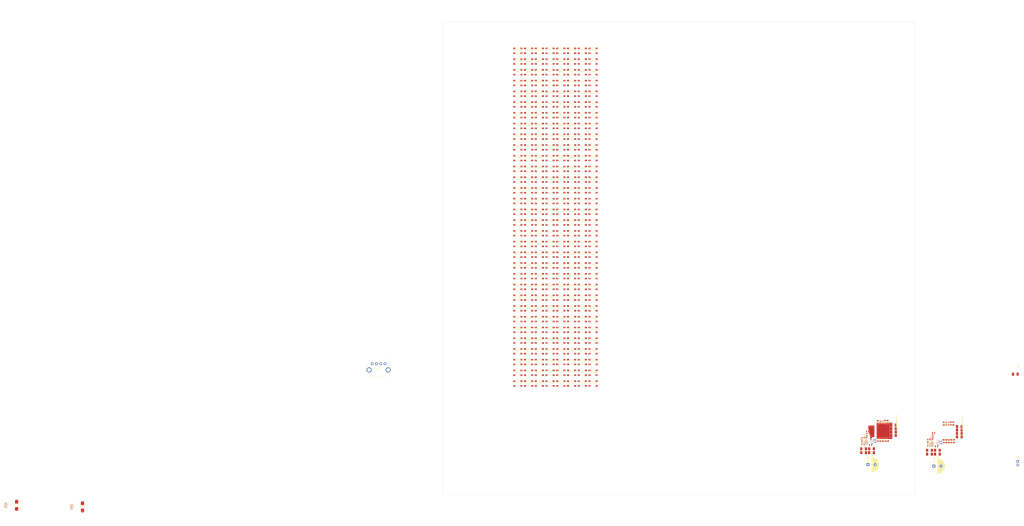
<source format=kicad_pcb>
(kicad_pcb (version 20221018) (generator pcbnew)
  (title_block (title "Shiny LED panel") (date "2022-11-16") (rev "0.1"))
  (layers (0 "F.Cu" signal) (1 "In1.Cu" signal) (2 "In2.Cu" signal) (31 "B.Cu" signal) (34 "B.Paste" user) (35 "F.Paste" user) (36 "B.SilkS" user "B.Silkscreen") (37 "F.SilkS" user "F.Silkscreen") (38 "B.Mask" user) (39 "F.Mask" user) (44 "Edge.Cuts" user))
  (net 0 "")
  (net 1 "GND")
  (net 2 "/Power Lane 0/PW_ENABLE")
  (net 3 "Net-(R201-Pad2)")
  (net 5 "/Power Lane 0/19V")
  (net 6 "Net-(C207-Pad1)")
  (net 7 "Net-(U201-Pad9)")
  (net 8 "Net-(C208-Pad1)")
  (net 9 "Net-(R203-Pad2)")
  (net 10 "Net-(R205-Pad1)")
  (net 11 "/Power Lane 0/POWER_OUT")
  (net 12 "Net-(U201-Pad6)")
  (net 13 "/Power Lane 0/PG")
  (net 14 "Net-(J3001-Pad2)")
  (net 15 "/Lane 0/LANE_POWER")
  (net 16 "Net-(C219-Pad2)")
  (net 17 "Net-(R212-Pad2)")
  (net 18 "Net-(U3001-Pad2)")
  (net 19 "Net-(U3002-Pad2)")
  (net 20 "Net-(U3003-Pad2)")
  (net 21 "Net-(U3004-Pad2)")
  (net 22 "Net-(U3005-Pad2)")
  (net 23 "Net-(U3006-Pad2)")
  (net 24 "Net-(U3007-Pad2)")
  (net 25 "Net-(U3008-Pad2)")
  (net 26 "Net-(U3009-Pad2)")
  (net 27 "Net-(U3010-Pad2)")
  (net 28 "Net-(U3011-Pad2)")
  (net 29 "Net-(U3012-Pad2)")
  (net 30 "Net-(U3013-Pad2)")
  (net 31 "Net-(U3014-Pad2)")
  (net 32 "Net-(U3015-Pad2)")
  (net 33 "Net-(U3016-Pad2)")
  (net 34 "Net-(U3017-Pad2)")
  (net 35 "Net-(U3017-Pad1)")
  (net 36 "Net-(U3018-Pad2)")
  (net 37 "Net-(U3019-Pad2)")
  (net 38 "Net-(U3020-Pad2)")
  (net 39 "Net-(U3021-Pad2)")
  (net 40 "Net-(U3022-Pad2)")
  (net 41 "Net-(U3023-Pad2)")
  (net 42 "Net-(U3024-Pad2)")
  (net 43 "Net-(U3025-Pad2)")
  (net 44 "Net-(U3026-Pad2)")
  (net 45 "Net-(U3027-Pad2)")
  (net 46 "Net-(U3028-Pad2)")
  (net 47 "Net-(U3029-Pad2)")
  (net 48 "Net-(U3030-Pad2)")
  (net 49 "Net-(U3031-Pad2)")
  (net 50 "Net-(U3032-Pad2)")
  (net 51 "Net-(U3033-Pad2)")
  (net 52 "Net-(U3033-Pad1)")
  (net 53 "Net-(U3034-Pad2)")
  (net 54 "Net-(U3035-Pad2)")
  (net 55 "Net-(U3036-Pad2)")
  (net 56 "Net-(U3037-Pad2)")
  (net 57 "Net-(U3038-Pad2)")
  (net 58 "Net-(U3039-Pad2)")
  (net 59 "Net-(U3040-Pad2)")
  (net 60 "Net-(U3041-Pad2)")
  (net 61 "Net-(U3042-Pad2)")
  (net 62 "Net-(U3043-Pad2)")
  (net 63 "Net-(U3044-Pad2)")
  (net 64 "Net-(U3045-Pad2)")
  (net 65 "Net-(U3046-Pad2)")
  (net 66 "Net-(U3047-Pad2)")
  (net 67 "Net-(U3048-Pad2)")
  (net 68 "Net-(U3049-Pad2)")
  (net 69 "Net-(U3049-Pad1)")
  (net 70 "Net-(U3050-Pad2)")
  (net 71 "Net-(U3051-Pad2)")
  (net 72 "Net-(U3052-Pad2)")
  (net 73 "Net-(U3053-Pad2)")
  (net 74 "Net-(U3054-Pad2)")
  (net 75 "Net-(U3055-Pad2)")
  (net 76 "Net-(U3056-Pad2)")
  (net 77 "Net-(U3057-Pad2)")
  (net 78 "Net-(U3058-Pad2)")
  (net 79 "Net-(U3059-Pad2)")
  (net 80 "Net-(U3060-Pad2)")
  (net 81 "Net-(U3061-Pad2)")
  (net 82 "Net-(U3062-Pad2)")
  (net 83 "Net-(U3063-Pad2)")
  (net 84 "Net-(U3064-Pad2)")
  (net 85 "Net-(U3065-Pad2)")
  (net 86 "Net-(U3065-Pad1)")
  (net 87 "Net-(U3066-Pad2)")
  (net 88 "Net-(U3067-Pad2)")
  (net 89 "Net-(U3068-Pad2)")
  (net 90 "Net-(U3069-Pad2)")
  (net 91 "Net-(U3070-Pad2)")
  (net 92 "Net-(U3071-Pad2)")
  (net 93 "Net-(U3072-Pad2)")
  (net 94 "Net-(U3073-Pad2)")
  (net 95 "Net-(U3074-Pad2)")
  (net 96 "Net-(U3075-Pad2)")
  (net 97 "Net-(U3076-Pad2)")
  (net 98 "Net-(U3077-Pad2)")
  (net 99 "Net-(U3078-Pad2)")
  (net 100 "Net-(U3079-Pad2)")
  (net 101 "Net-(U3080-Pad2)")
  (net 102 "Net-(U3081-Pad2)")
  (net 103 "Net-(U3081-Pad1)")
  (net 104 "Net-(U3082-Pad2)")
  (net 105 "Net-(U3083-Pad2)")
  (net 106 "Net-(U3084-Pad2)")
  (net 107 "Net-(U3085-Pad2)")
  (net 108 "Net-(U3086-Pad2)")
  (net 109 "Net-(U3087-Pad2)")
  (net 110 "Net-(U3088-Pad2)")
  (net 111 "Net-(U3089-Pad2)")
  (net 112 "Net-(U3090-Pad2)")
  (net 113 "Net-(U3091-Pad2)")
  (net 114 "Net-(U3092-Pad2)")
  (net 115 "Net-(U3093-Pad2)")
  (net 116 "Net-(U3094-Pad2)")
  (net 117 "Net-(U3095-Pad2)")
  (net 118 "Net-(U3096-Pad2)")
  (net 119 "Net-(U3097-Pad2)")
  (net 120 "Net-(U3097-Pad1)")
  (net 121 "Net-(U3098-Pad2)")
  (net 122 "Net-(U3099-Pad2)")
  (net 123 "Net-(U3100-Pad2)")
  (net 124 "Net-(U3101-Pad2)")
  (net 125 "Net-(U3102-Pad2)")
  (net 126 "Net-(U3103-Pad2)")
  (net 127 "Net-(U3104-Pad2)")
  (net 128 "Net-(U3105-Pad2)")
  (net 129 "Net-(U3106-Pad2)")
  (net 130 "Net-(U3107-Pad2)")
  (net 131 "Net-(U3108-Pad2)")
  (net 132 "Net-(U3109-Pad2)")
  (net 133 "Net-(U3110-Pad2)")
  (net 134 "Net-(U3111-Pad2)")
  (net 135 "Net-(U3112-Pad2)")
  (net 136 "Net-(U3113-Pad2)")
  (net 137 "Net-(U3113-Pad1)")
  (net 138 "Net-(U3114-Pad2)")
  (net 139 "Net-(U3115-Pad2)")
  (net 140 "Net-(U3116-Pad2)")
  (net 141 "Net-(U3117-Pad2)")
  (net 142 "Net-(U3118-Pad2)")
  (net 143 "Net-(U3119-Pad2)")
  (net 144 "Net-(U3120-Pad2)")
  (net 145 "Net-(U3121-Pad2)")
  (net 146 "Net-(U3122-Pad2)")
  (net 147 "Net-(U3123-Pad2)")
  (net 148 "Net-(U3124-Pad2)")
  (net 149 "Net-(U3125-Pad2)")
  (net 150 "Net-(U3126-Pad2)")
  (net 151 "/Lane 0/LANE_DIN")
  (net 152 "Net-(U3127-Pad2)")
  (net 153 "Net-(U3128-Pad2)")
  (net 154 "Net-(U3129-Pad2)")
  (net 155 "Net-(U3129-Pad1)")
  (net 156 "Net-(U3130-Pad2)")
  (net 157 "Net-(U3131-Pad2)")
  (net 158 "Net-(U3132-Pad2)")
  (net 159 "Net-(U3133-Pad2)")
  (net 160 "Net-(U3134-Pad2)")
  (net 161 "Net-(U3135-Pad2)")
  (net 162 "Net-(U3136-Pad2)")
  (net 163 "Net-(U3137-Pad2)")
  (net 164 "Net-(U3138-Pad2)")
  (net 165 "Net-(U3139-Pad2)")
  (net 166 "Net-(U3140-Pad2)")
  (net 167 "Net-(U3141-Pad2)")
  (net 168 "Net-(U3142-Pad2)")
  (net 169 "Net-(U3143-Pad2)")
  (net 170 "Net-(U3144-Pad2)")
  (net 171 "Net-(U3145-Pad2)")
  (net 172 "Net-(U3145-Pad1)")
  (net 173 "Net-(U3146-Pad2)")
  (net 174 "Net-(U3147-Pad2)")
  (net 175 "Net-(U3148-Pad2)")
  (net 176 "Net-(U3149-Pad2)")
  (net 177 "Net-(U3150-Pad2)")
  (net 178 "Net-(U3151-Pad2)")
  (net 179 "Net-(U3152-Pad2)")
  (net 180 "Net-(U3153-Pad2)")
  (net 181 "Net-(U3154-Pad2)")
  (net 182 "Net-(U3155-Pad2)")
  (net 183 "Net-(U3156-Pad2)")
  (net 184 "Net-(U3157-Pad2)")
  (net 185 "Net-(U3158-Pad2)")
  (net 186 "Net-(U3159-Pad2)")
  (net 187 "Net-(U3160-Pad2)")
  (net 188 "Net-(U3161-Pad2)")
  (net 189 "Net-(U3161-Pad1)")
  (net 190 "Net-(U3162-Pad2)")
  (net 191 "Net-(U3163-Pad2)")
  (net 192 "Net-(U3164-Pad2)")
  (net 193 "Net-(U3165-Pad2)")
  (net 194 "Net-(U3166-Pad2)")
  (net 195 "Net-(U3167-Pad2)")
  (net 196 "Net-(U3168-Pad2)")
  (net 197 "Net-(U3169-Pad2)")
  (net 198 "Net-(U3170-Pad2)")
  (net 199 "Net-(U3171-Pad2)")
  (net 200 "Net-(U3172-Pad2)")
  (net 201 "Net-(U3173-Pad2)")
  (net 202 "Net-(U3174-Pad2)")
  (net 203 "Net-(U3175-Pad2)")
  (net 204 "Net-(U3176-Pad2)")
  (net 205 "Net-(U3177-Pad2)")
  (net 206 "Net-(U3177-Pad1)")
  (net 207 "Net-(U3178-Pad2)")
  (net 208 "Net-(U3179-Pad2)")
  (net 209 "Net-(U3180-Pad2)")
  (net 210 "Net-(U3181-Pad2)")
  (net 211 "Net-(U3182-Pad2)")
  (net 212 "Net-(U3183-Pad2)")
  (net 213 "Net-(U3184-Pad2)")
  (net 214 "Net-(U3185-Pad2)")
  (net 215 "Net-(U3186-Pad2)")
  (net 216 "Net-(U3187-Pad2)")
  (net 217 "Net-(U3188-Pad2)")
  (net 218 "Net-(U3189-Pad2)")
  (net 219 "Net-(U3190-Pad2)")
  (net 220 "Net-(U3191-Pad2)")
  (net 221 "Net-(U3192-Pad2)")
  (net 222 "Net-(U3193-Pad2)")
  (net 223 "Net-(U3193-Pad1)")
  (net 224 "Net-(U3194-Pad2)")
  (net 225 "Net-(U3195-Pad2)")
  (net 226 "Net-(U3196-Pad2)")
  (net 227 "Net-(U3197-Pad2)")
  (net 228 "Net-(U3198-Pad2)")
  (net 229 "Net-(U3199-Pad2)")
  (net 230 "Net-(U3200-Pad2)")
  (net 231 "Net-(U3201-Pad2)")
  (net 232 "Net-(U3202-Pad2)")
  (net 233 "Net-(U3203-Pad2)")
  (net 234 "Net-(U3204-Pad2)")
  (net 235 "Net-(U3205-Pad2)")
  (net 236 "Net-(U3206-Pad2)")
  (net 237 "Net-(U3207-Pad2)")
  (net 238 "Net-(U3208-Pad2)")
  (net 239 "Net-(U3209-Pad2)")
  (net 240 "Net-(U3209-Pad1)")
  (net 241 "Net-(U3210-Pad2)")
  (net 242 "Net-(U3211-Pad2)")
  (net 243 "Net-(U3212-Pad2)")
  (net 244 "Net-(U3213-Pad2)")
  (net 245 "Net-(U3214-Pad2)")
  (net 246 "Net-(U3215-Pad2)")
  (net 247 "Net-(U3216-Pad2)")
  (net 248 "Net-(U3217-Pad2)")
  (net 249 "Net-(U3218-Pad2)")
  (net 250 "Net-(U3219-Pad2)")
  (net 251 "Net-(U3220-Pad2)")
  (net 252 "Net-(U3221-Pad2)")
  (net 253 "Net-(U3222-Pad2)")
  (net 254 "Net-(U3223-Pad2)")
  (net 255 "Net-(U3224-Pad2)")
  (net 256 "Net-(U3225-Pad2)")
  (net 257 "Net-(U3225-Pad1)")
  (net 258 "Net-(U3226-Pad2)")
  (net 259 "Net-(U3227-Pad2)")
  (net 260 "Net-(U3228-Pad2)")
  (net 261 "Net-(U3229-Pad2)")
  (net 262 "Net-(U3230-Pad2)")
  (net 263 "Net-(U3231-Pad2)")
  (net 264 "Net-(U3232-Pad2)")
  (net 265 "Net-(U3233-Pad2)")
  (net 266 "Net-(U3234-Pad2)")
  (net 267 "Net-(U3235-Pad2)")
  (net 268 "Net-(U3236-Pad2)")
  (net 269 "Net-(U3237-Pad2)")
  (net 270 "Net-(U3238-Pad2)")
  (net 271 "Net-(U3239-Pad2)")
  (net 272 "Net-(U3240-Pad2)")
  (net 273 "Net-(U3241-Pad2)")
  (net 274 "Net-(U3241-Pad1)")
  (net 275 "Net-(U3242-Pad2)")
  (net 276 "Net-(U3243-Pad2)")
  (net 277 "Net-(U3244-Pad2)")
  (net 278 "Net-(U3245-Pad2)")
  (net 279 "Net-(U3246-Pad2)")
  (net 280 "Net-(U3247-Pad2)")
  (net 281 "Net-(U3248-Pad2)")
  (net 282 "Net-(U3249-Pad2)")
  (net 283 "Net-(U3250-Pad2)")
  (net 284 "Net-(U3251-Pad2)")
  (net 285 "Net-(U3252-Pad2)")
  (net 286 "Net-(U3253-Pad2)")
  (net 287 "Net-(C407-Pad2)")
  (net 288 "Net-(C408-Pad1)")
  (net 289 "Net-(C410-Pad1)")
  (net 290 "/Power Lane 1/PW_ENABLE")
  (net 291 "Net-(R401-Pad2)")
  (net 292 "Net-(R403-Pad2)")
  (net 293 "Net-(R405-Pad1)")
  (net 294 "/Power Lane 1/PG")
  (net 295 "Net-(R408-Pad1)")
  (net 296 "/Power Lane 1/POWER_OUT")
  (net 298 "/Power Lane 0/SW")
  (net 299 "/Power Lane 0/POUT_SW")
  (net 300 "/Power Lane 1/SW")
  (net 301 "/Power Lane 1/POUT_SW")
  (net 302 "Net-(U3254-Pad2)")
  (net 303 "Net-(U3255-Pad2)")
  (footprint "WorldSemi:WS2812B_50x50" (layer "F.Cu") (at 219.4 231)
    (fp_text reference "U3190")
    (fp_text value "WS2812B")
  )
  (footprint "WorldSemi:WS2812B_50x50" (layer "F.Cu") (at 211.9 73.5)
    (fp_text reference "U3021")
    (fp_text value "WS2812B")
  )
  (footprint "WorldSemi:WS2812B_50x50" (layer "F.Cu") (at 219.4 58.5)
    (fp_text reference "U3006")
    (fp_text value "WS2812B")
  )
  (footprint "WorldSemi:WS2812B_50x50" (layer "F.Cu") (at 204.4 163.5)
    (fp_text reference "U3116")
    (fp_text value "WS2812B")
  )
  (footprint "General_SMD:SM1206" (layer "F.Cu") (at 529.209 284.48)
    (fp_text reference "R101")
    (fp_text value "RES_1206" hide)
  )
  (footprint "WorldSemi:WS2812B_50x50" (layer "F.Cu") (at 234.4 193.5)
    (fp_text reference "U3152")
    (fp_text value "WS2812B")
  )
  (footprint "WorldSemi:WS2812B_50x50" (layer "F.Cu") (at 234.4 171)
    (fp_text reference "U3128")
    (fp_text value "WS2812B")
  )
  (footprint "WorldSemi:WS2812B_50x50" (layer "F.Cu") (at 189.4 73.5)
    (fp_text reference "U3018")
    (fp_text value "WS2812B")
  )
  (footprint "WorldSemi:WS2812B_50x50" (layer "F.Cu") (at 181.9 66)
    (fp_text reference "U3009")
    (fp_text value "WS2812B")
  )
  (footprint "General_SMD:SM1206" (layer "F.Cu") (at 428.800001 339.3 180)
    (fp_text reference "C201")
    (fp_text value "10uF - 50V" hide)
  )
  (footprint "WorldSemi:WS2812B_50x50" (layer "F.Cu") (at 181.9 201)
    (fp_text reference "U3153")
    (fp_text value "WS2812B")
  )
  (footprint "General_SMD:SM1206" (layer "F.Cu") (at 444.099999 322.500001)
    (fp_text reference "R210")
    (fp_text value "0" hide)
  )
  (footprint "WorldSemi:WS2812B_50x50" (layer "F.Cu") (at 204.4 156)
    (fp_text reference "U3108")
    (fp_text value "WS2812B")
  )
  (footprint "WorldSemi:WS2812B_50x50" (layer "F.Cu") (at 234.4 148.5)
    (fp_text reference "U3104")
    (fp_text value "WS2812B")
  )
  (footprint "General_SMD:SM0603" (layer "F.Cu") (at 424.400001 328.900001)
    (fp_text reference "C219")
    (fp_text value "1uF" hide)
  )
  (footprint "WorldSemi:WS2812B_50x50" (layer "F.Cu") (at 181.9 171)
    (fp_text reference "U3121")
    (fp_text value "WS2812B")
  )
  (footprint "WorldSemi:WS2812B_50x50" (layer "F.Cu") (at 204.4 66)
    (fp_text reference "U3012")
    (fp_text value "WS2812B")
  )
  (footprint "WorldSemi:WS2812B_50x50" (layer "F.Cu") (at 196.9 73.5)
    (fp_text reference "U3019")
    (fp_text value "WS2812B")
  )
  (footprint "WorldSemi:WS2812B_50x50" (layer "F.Cu") (at 219.4 216)
    (fp_text reference "U3174")
    (fp_text value "WS2812B")
  )
  (footprint "WorldSemi:WS2812B_50x50" (layer "F.Cu") (at 234.4 276)
    (fp_text reference "U3240")
    (fp_text value "WS2812B")
  )
  (footprint "WorldSemi:WS2812B_50x50" (layer "F.Cu") (at 196.9 246)
    (fp_text reference "U3203")
    (fp_text value "WS2812B")
  )
  (footprint "WorldSemi:WS2812B_50x50" (layer "F.Cu") (at 204.4 148.5)
    (fp_text reference "U3100")
    (fp_text value "WS2812B")
  )
  (footprint "WorldSemi:WS2812B_50x50" (layer "F.Cu") (at 196.9 268.5)
    (fp_text reference "U3227")
    (fp_text value "WS2812B")
  )
  (footprint "WorldSemi:WS2812B_50x50" (layer "F.Cu") (at 189.4 103.5)
    (fp_text reference "U3050")
    (fp_text value "WS2812B")
  )
  (footprint "General_SMD:SM0402" (layer "F.Cu") (at 424.999999 332.3 90)
    (fp_text reference "R204")
    (fp_text value "43k" hide)
  )
  (footprint "WorldSemi:WS2812B_50x50" (layer "F.Cu") (at 211.9 216)
    (fp_text reference "U3173")
    (fp_text value "WS2812B")
  )
  (footprint "WorldSemi:WS2812B_50x50" (layer "F.Cu") (at 196.9 178.5)
    (fp_text reference "U3131")
    (fp_text value "WS2812B")
  )
  (footprint "WorldSemi:WS2812B_50x50" (layer "F.Cu") (at 204.4 238.5)
    (fp_text reference "U3196")
    (fp_text value "WS2812B")
  )
  (footprint "WorldSemi:WS2812B_50x50" (layer "F.Cu") (at 204.4 171)
    (fp_text reference "U3124")
    (fp_text value "WS2812B")
  )
  (footprint "WorldSemi:WS2812B_50x50" (layer "F.Cu") (at 234.4 253.5)
    (fp_text reference "U3216")
    (fp_text value "WS2812B")
  )
  (footprint "General_SMD:SM0805" (layer "F.Cu") (at 486.3365 331.3255 90)
    (fp_text reference "C415")
    (fp_text value "10uF - 16V" hide)
  )
  (footprint "General_SMD:SM0603" (layer "F.Cu") (at 428.2 333.900001 180)
    (fp_text reference "C206")
    (fp_text value "100nF" hide)
  )
  (footprint "WorldSemi:WS2812B_50x50" (layer "F.Cu") (at 181.9 223.5)
    (fp_text reference "U3177")
    (fp_text value "WS2812B")
  )
  (footprint "WorldSemi:WS2812B_50x50" (layer "F.Cu") (at 211.9 253.5)
    (fp_text reference "U3213")
    (fp_text value "WS2812B")
  )
  (footprint "WorldSemi:WS2812B_50x50" (layer "F.Cu") (at 211.9 96)
    (fp_text reference "U3045")
    (fp_text value "WS2812B")
  )
  (footprint "WorldSemi:WS2812B_50x50" (layer "F.Cu") (at 204.4 193.5)
    (fp_text reference "U3148")
    (fp_text value "WS2812B")
  )
  (footprint "WorldSemi:WS2812B_50x50" (layer "F.Cu") (at 226.9 276)
    (fp_text reference "U3239")
    (fp_text value "WS2812B")
  )
  (footprint "General_SMD:SM1206" (layer "F.Cu") (at 490.100001 321.1525)
    (fp_text reference "R414")
    (fp_text value "0" hide)
  )
  (footprint "Capacitor_THT:CP_Radial_D10.0mm_P5.00mm" (layer "F.Cu") (at 472.332324 348.752502)
    (fp_text reference "C401")
    (fp_text value "100uF")
  )
  (footprint "General_SMD:SM1206" (layer "F.Cu") (at 444.1 327.299999)
    (fp_text reference "R208")
    (fp_text value "0" hide)
  )
  (footprint "WorldSemi:WS2812B_50x50" (layer "F.Cu") (at 219.4 141)
    (fp_text reference "U3094")
    (fp_text value "WS2812B")
  )
  (footprint "WorldSemi:WS2812B_50x50" (layer "F.Cu") (at 226.9 96)
    (fp_text reference "U3047")
    (fp_text value "WS2812B")
  )
  (footprint "WorldSemi:WS2812B_50x50" (layer "F.Cu") (at 219.4 246)
    (fp_text reference "U3206")
    (fp_text value "WS2812B")
  )
  (footprint "WorldSemi:WS2812B_50x50" (layer "F.Cu") (at 196.9 111)
    (fp_text reference "U3059")
    (fp_text value "WS2812B")
  )
  (footprint "WorldSemi:WS2812B_50x50" (layer "F.Cu") (at 196.9 283.5)
    (fp_text reference "U3243")
    (fp_text value "WS2812B")
  )
  (footprint "WorldSemi:WS2812B_50x50" (layer "F.Cu") (at 234.4 126)
    (fp_text reference "U3080")
    (fp_text value "WS2812B")
  )
  (footprint "WorldSemi:WS2812B_50x50" (layer "F.Cu") (at 189.4 88.5)
    (fp_text reference "U3034")
    (fp_text value "WS2812B")
  )
  (footprint "WorldSemi:WS2812B_50x50" (layer "F.Cu") (at 204.4 178.5)
    (fp_text reference "U3132")
    (fp_text value "WS2812B")
  )
  (footprint "General_SMD:SM1206" (layer "F.Cu") (at 423.3 336.6)
    (fp_text reference "C202")
    (fp_text value "10uF - 50V" hide)
  )
  (footprint "General_SMD:SM0603" (layer "F.Cu") (at 481.000001 319.152501 -90)
    (fp_text reference "C420")
    (fp_text value "100nF" hide)
  )
  (footprint "WorldSemi:WS2812B_50x50" (layer "F.Cu") (at 219.4 88.5)
    (fp_text reference "U3038")
    (fp_text value "WS2812B")
  )
  (footprint "WorldSemi:WS2812B_50x50" (layer "F.Cu") (at 211.9 178.5)
    (fp_text reference "U3133")
    (fp_text value "WS2812B")
  )
  (footprint "WorldSemi:WS2812B_50x50" (layer "F.Cu") (at 196.9 291)
    (fp_text reference "U3251")
    (fp_text value "WS2812B")
  )
  (footprint "WorldSemi:WS2812B_50x50" (layer "F.Cu") (at 226.9 246)
    (fp_text reference "U3207")
    (fp_text value "WS2812B")
  )
  (footprint "WorldSemi:WS2812B_50x50" (layer "F.Cu") (at 211.9 58.5)
    (fp_text reference "U3005")
    (fp_text value "WS2812B")
  )
  (footprint "WorldSemi:WS2812B_50x50" (layer "F.Cu") (at 219.4 96)
    (fp_text reference "U3046")
    (fp_text value "WS2812B")
  )
  (footprint "WorldSemi:WS2812B_50x50" (layer "F.Cu") (at 219.4 163.5)
    (fp_text reference "U3118")
    (fp_text value "WS2812B")
  )
  (footprint "General_SMD:SM0402" (layer "F.Cu") (at 471 333.3525 90)
    (fp_text reference "R410")
    (fp_text value "43k" hide)
  )
  (footprint "WorldSemi:WS2812B_50x50" (layer "F.Cu") (at 189.4 163.5)
    (fp_text reference "U3114")
    (fp_text value "WS2812B")
  )
  (footprint "WorldSemi:WS2812B_50x50" (layer "F.Cu") (at 204.4 261)
    (fp_text reference "U3220")
    (fp_text value "WS2812B")
  )
  (footprint "WorldSemi:WS2812B_50x50" (layer "F.Cu") (at 204.4 223.5)
    (fp_text reference "U3180")
    (fp_text value "WS2812B")
  )
  (footprint "WorldSemi:WS2812B_50x50" (layer "F.Cu") (at 204.4 111)
    (fp_text reference "U3060")
    (fp_text value "WS2812B")
  )
  (footprint "WorldSemi:WS2812B_50x50" (layer "F.Cu") (at 211.9 276)
    (fp_text reference "U3237")
    (fp_text value "WS2812B")
  )
  (footprint "WorldSemi:WS2812B_50x50" (layer "F.Cu") (at 189.4 118.5)
    (fp_text reference "U3066")
    (fp_text value "WS2812B")
  )
  (footprint "WorldSemi:WS2812B_50x50" (layer "F.Cu") (at 234.4 163.5)
    (fp_text reference "U3120")
    (fp_text value "WS2812B")
  )
  (footprint "WorldSemi:WS2812B_50x50" (layer "F.Cu") (at 211.9 186)
    (fp_text reference "U3141")
    (fp_text value "WS2812B")
  )
  (footprint "WorldSemi:WS2812B_50x50" (layer "F.Cu") (at 196.9 261)
    (fp_text reference "U3219")
    (fp_text value "WS2812B")
  )
  (footprint "WorldSemi:WS2812B_50x50" (layer "F.Cu") (at 181.9 216)
    (fp_text reference "U3169")
    (fp_text value "WS2812B")
  )
  (footprint "General_SMD:SM1206" (layer "F.Cu") (at 490.1 323.552501)
    (fp_text reference "R413")
    (fp_text value "0" hide)
  )
  (footprint "General_SMD:SM0402" (layer "F.Cu") (at 471.000002 331.752501 -90)
    (fp_text reference "R409")
    (fp_text value "9.53k" hide)
  )
  (footprint "WorldSemi:WS2812B_50x50" (layer "F.Cu") (at 189.4 193.5)
    (fp_text reference "U3146")
    (fp_text value "WS2812B")
  )
  (footprint "WorldSemi:WS2812B_50x50" (layer "F.Cu") (at 219.4 156)
    (fp_text reference "U3110")
    (fp_text value "WS2812B")
  )
  (footprint "WorldSemi:WS2812B_50x50" (layer "F.Cu") (at 234.4 103.5)
    (fp_text reference "U3056")
    (fp_text value "WS2812B")
  )
  (footprint "WorldSemi:WS2812B_50x50" (layer "F.Cu") (at 189.4 126)
    (fp_text reference "U3074")
    (fp_text value "WS2812B")
  )
  (footprint "WorldSemi:WS2812B_50x50" (layer "F.Cu") (at 219.4 126)
    (fp_text reference "U3078")
    (fp_text value "WS2812B")
  )
  (footprint "WorldSemi:WS2812B_50x50" (layer "F.Cu") (at 204.4 283.5)
    (fp_text reference "U3244")
    (fp_text value "WS2812B")
  )
  (footprint "General_SMD:SM1206" (layer "F.Cu") (at 469.300001 337.6525)
    (fp_text reference "C403")
    (fp_text value "10uF - 50V" hide)
  )
  (footprint "WorldSemi:WS2812B_50x50" (layer "F.Cu") (at 234.4 66)
    (fp_text reference "U3016")
    (fp_text value "WS2812B")
  )
  (footprint "WorldSemi:WS2812B_50x50" (layer "F.Cu") (at 196.9 186)
    (fp_text reference "U3139")
    (fp_text value "WS2812B")
  )
  (footprint "General_SMD:SM0805" (layer "F.Cu") (at 484.184002 318.8795 -90)
    (fp_text reference "C417")
    (fp_text value "10uF - 16V" hide)
  )
  (footprint "General_SMD:SM0805" (layer "F.Cu") (at 434.9 330.300001 90)
    (fp_text reference "C210")
    (fp_text value "10uF - 16V" hide)
  )
  (footprint "WorldSemi:WS2812B_50x50" (layer "F.Cu") (at 234.4 208.5)
    (fp_text reference "U3168")
    (fp_text value "WS2812B")
  )
  (footprint "General_SMD:SM0603" (layer "F.Cu") (at 422.100001 329.7 90)
    (fp_text reference "R206")
    (fp_text value "NC" hide)
  )
  (footprint "WorldSemi:WS2812B_50x50" (layer "F.Cu") (at 196.9 96)
    (fp_text reference "U3043")
    (fp_text value "WS2812B")
  )
  (footprint "WorldSemi:WS2812B_50x50" (layer "F.Cu") (at 211.9 171)
    (fp_text reference "U3125")
    (fp_text value "WS2812B")
  )
  (footprint "WorldSemi:WS2812B_50x50" (layer "F.Cu") (at 189.4 178.5)
    (fp_text reference "U3130")
    (fp_text value "WS2812B")
  )
  (footprint "WorldSemi:WS2812B_50x50" (layer "F.Cu") (at 181.9 268.5)
    (fp_text reference "U3225")
    (fp_text value "WS2812B")
  )
  (footprint "WorldSemi:WS2812B_50x50" (layer "F.Cu") (at 181.9 193.5)
    (fp_text reference "U3145")
    (fp_text value "WS2812B")
  )
  (footprint "WorldSemi:WS2812B_50x50" (layer "F.Cu") (at 226.9 111)
    (fp_text reference "U3063")
    (fp_text value "WS2812B")
  )
  (footprint "WorldSemi:WS2812B_50x50" (layer "F.Cu") (at 196.9 133.5)
    (fp_text reference "U3083")
    (fp_text value "WS2812B")
  )
  (footprint "WorldSemi:WS2812B_50x50" (layer "F.Cu") (at 211.9 111)
    (fp_text reference "U3061")
    (fp_text value "WS2812B")
  )
  (footprint "WorldSemi:WS2812B_50x50" (layer "F.Cu") (at 181.9 103.5)
    (fp_text reference "U3049")
    (fp_text value "WS2812B")
  )
  (footprint "WorldSemi:WS2812B_50x50" (layer "F.Cu") (at 196.9 126)
    (fp_text reference "U3075")
    (fp_text value "WS2812B")
  )
  (footprint "WorldSemi:WS2812B_50x50" (layer "F.Cu") (at 204.4 208.5)
    (fp_text reference "U3164")
    (fp_text value "WS2812B")
  )
  (footprint "WorldSemi:WS2812B_50x50" (layer "F.Cu") (at 234.4 88.5)
    (fp_text reference "U3040")
    (fp_text value "WS2812B")
  )
  (footprint "WorldSemi:WS2812B_50x50" (layer "F.Cu") (at 204.4 291)
    (fp_text reference "U3252")
    (fp_text value "WS2812B")
  )
  (footprint "General_SMD:SM1206" (layer "F.Cu") (at 490.100001 328.352499)
    (fp_text reference "R411")
    (fp_text value "0" hide)
  )
  (footprint "WorldSemi:WS2812B_50x50" (layer "F.Cu") (at 234.4 223.5)
    (fp_text reference "U3184")
    (fp_text value "WS2812B")
  )
  (footprint "WorldSemi:WS2812B_50x50" (layer "F.Cu") (at 211.9 88.5)
    (fp_text reference "U3037")
    (fp_text value "WS2812B")
  )
  (footprint "WorldSemi:WS2812B_50x50" (layer "F.Cu") (at 226.9 268.5)
    (fp_text reference "U3231")
    (fp_text value "WS2812B")
  )
  (footprint "General_SMD:SM1206" (layer "F.Cu") (at 474.800002 340.3525 180)
    (fp_text reference "C402")
    (fp_text value "10uF - 50V" hide)
  )
  (footprint "WorldSemi:WS2812B_50x50" (layer "F.Cu") (at 189.4 156)
    (fp_text reference "U3106")
    (fp_text value "WS2812B")
  )
  (footprint "WorldSemi:WS2812B_50x50" (layer "F.Cu") (at 219.4 133.5)
    (fp_text reference "U3086")
    (fp_text value "WS2812B")
  )
  (footprint "WorldSemi:WS2812B_50x50" (layer "F.Cu") (at 204.4 141)
    (fp_text reference "U3092")
    (fp_text value "WS2812B")
  )
  (footprint "WorldSemi:WS2812B_50x50" (layer "F.Cu") (at 219.4 148.5)
    (fp_text reference "U3102")
    (fp_text value "WS2812B")
  )
  (footprint "WorldSemi:WS2812B_50x50" (layer "F.Cu") (at 181.9 88.5)
    (fp_text reference "U3033")
    (fp_text value "WS2812B")
  )
  (footprint "WorldSemi:WS2812B_50x50" (layer "F.Cu") (at 181.9 96)
    (fp_text reference "U3041")
    (fp_text value "WS2812B")
  )
  (footprint "WorldSemi:WS2812B_50x50" (layer "F.Cu") (at 226.9 171)
    (fp_text reference "U3127")
    (fp_text value "WS2812B")
  )
  (footprint "WorldSemi:WS2812B_50x50" (layer "F.Cu") (at 189.4 133.5)
    (fp_text reference "U3082")
    (fp_text value "WS2812B")
  )
  (footprint "WorldSemi:WS2812B_50x50" (layer "F.Cu") (at 226.9 118.5)
    (fp_text reference "U3071")
    (fp_text value "WS2812B")
  )
  (footprint "WorldSemi:WS2812B_50x50" (layer "F.Cu") (at 181.9 276)
    (fp_text reference "U3233")
    (fp_text value "WS2812B")
  )
  (footprint "WorldSemi:WS2812B_50x50" (layer "F.Cu") (at 219.4 253.5)
    (fp_text reference "U3214")
    (fp_text value "WS2812B")
  )
  (footprint "WorldSemi:WS2812B_50x50" (layer "F.Cu") (at 196.9 58.5)
    (fp_text reference "U3003")
    (fp_text value "WS2812B")
  )
  (footprint "WorldSemi:WS2812B_50x50" (layer "F.Cu") (at 226.9 73.5)
    (fp_text reference "U3023")
    (fp_text value "WS2812B")
  )
  (footprint "WorldSemi:WS2812B_50x50" (layer "F.Cu") (at 181.9 163.5)
    (fp_text reference "U3113")
    (fp_text value "WS2812B")
  )
  (footprint "WorldSemi:WS2812B_50x50" (layer "F.Cu") (at 204.4 231)
    (fp_text reference "U3188")
    (fp_text value "WS2812B")
  )
  (footprint "WorldSemi:WS2812B_50x50" (layer "F.Cu") (at 204.4 118.5)
    (fp_text reference "U3068")
    (fp_text value "WS2812B")
  )
  (footprint "WorldSemi:WS2812B_50x50" (layer "F.Cu") (at 226.9 208.5)
    (fp_text reference "U3167")
    (fp_text value "WS2812B")
  )
  (footprint "WorldSemi:WS2812B_50x50" (layer "F.Cu") (at 211.9 103.5)
    (fp_text reference "U3053")
    (fp_text value "WS2812B")
  )
  (footprint "WorldSemi:WS2812B_50x50" (layer "F.Cu") (at 211.9 148.5)
    (fp_text reference "U3101")
    (fp_text value "WS2812B")
  )
  (footprint "WorldSemi:WS2812B_50x50" (layer "F.Cu") (at 234.4 283.5)
    (fp_text reference "U3248")
    (fp_text value "WS2812B")
  )
  (footprint "WorldSemi:WS2812B_50x50" (layer "F.Cu") (at 234.4 291)
    (fp_text reference "U3256")
    (fp_text value "WS2812B")
  )
  (footprint "WorldSemi:WS2812B_50x50" (layer "F.Cu") (at 234.4 133.5)
    (fp_text reference "U3088")
    (fp_text value "WS2812B")
  )
  (footprint "WorldSemi:WS2812B_50x50" (layer "F.Cu") (at 196.9 163.5)
    (fp_text reference "U3115")
    (fp_text value "WS2812B")
  )
  (footprint "WorldSemi:WS2812B_50x50" (layer "F.Cu") (at 234.4 261)
    (fp_text reference "U3224")
    (fp_text value "WS2812B")
  )
  (footprint "WorldSemi:WS2812B_50x50" (layer "F.Cu") (at 204.4 246)
    (fp_text reference "U3204")
    (fp_text value "WS2812B")
  )
  (footprint "WorldSemi:WS2812B_50x50" (layer "F.Cu") (at 226.9 283.5)
    (fp_text reference "U3247")
    (fp_text value "WS2812B")
  )
  (footprint "WorldSemi:WS2812B_50x50" (layer "F.Cu") (at 211.9 223.5)
    (fp_text reference "U3181")
    (fp_text value "WS2812B")
  )
  (footprint "WorldSemi:WS2812B_50x50" (layer "F.Cu") (at 219.4 193.5)
    (fp_text reference "U3150")
    (fp_text value "WS2812B")
  )
  (footprint "WorldSemi:WS2812B_50x50" (layer "F.Cu") (at 204.4 268.5)
    (fp_text reference "U3228")
    (fp_text value "WS2812B")
  )
  (footprint "WorldSemi:WS2812B_50x50" (layer "F.Cu") (at 211.9 133.5)
    (fp_text reference "U3085")
    (fp_text value "WS2812B")
  )
  (footprint "QFN:MP8759_QFN12" (layer "F.Cu") (at -175.540001 376.1075)
    (fp_text reference "U201")
    (fp_text value "MP8759GD")
  )
  (footprint "WorldSemi:WS2812B_50x50" (layer "F.Cu") (at 196.9 171)
    (fp_text reference "U3123")
    (fp_text value "WS2812B")
  )
  (footprint "General_SMD:SM1206" (layer "F.Cu") (at 428.8 336.599999 180)
    (fp_text reference "C204")
    (fp_text value "10uF - 50V" hide)
  )
  (footprint "WorldSemi:WS2812B_50x50" (layer "F.Cu") (at 219.4 291)
    (fp_text reference "U3254")
    (fp_text value "WS2812B")
  )
  (footprint "WorldSemi:WS2812B_50x50" (layer "F.Cu") (at 234.4 111)
    (fp_text reference "U3064")
    (fp_text value "WS2812B")
  )
  (footprint "WorldSemi:WS2812B_50x50" (layer "F.Cu") (at 211.9 261)
    (fp_text reference "U3221")
    (fp_text value "WS2812B")
  )
  (footprint "WorldSemi:WS2812B_50x50" (layer "F.Cu") (at 226.9 88.5)
    (fp_text reference "U3039")
    (fp_text value "WS2812B")
  )
  (footprint "WorldSemi:WS2812B_50x50" (layer "F.Cu") (at 181.9 231)
    (fp_text reference "U3185")
    (fp_text value "WS2812B")
  )
  (footprint "WorldSemi:WS2812B_50x50" (layer "F.Cu") (at 219.4 73.5)
    (fp_text reference "U3022")
    (fp_text value "WS2812B")
  )
  (footprint "General_SMD:SM0805" (layer "F.Cu") (at 439.984 317.927001 -90)
    (fp_text reference "C214")
    (fp_text value "10uF - 16V" hide)
  )
  (footprint "WorldSemi:WS2812B_50x50" (layer "F.Cu") (at 204.4 96)
    (fp_text reference "U3044")
    (fp_text value "WS2812B")
  )
  (footprint "WorldSemi:WS2812B_50x50" (layer "F.Cu") (at 226.9 193.5)
    (fp_text reference "U3151")
    (fp_text value "WS2812B")
  )
  (footprint "WorldSemi:WS2812B_50x50" (layer "F.Cu") (at 234.4 238.5)
    (fp_text reference "U3200")
    (fp_text value "WS2812B")
  )
  (footprint "WorldSemi:WS2812B_50x50" (layer "F.Cu") (at 181.9 81)
    (fp_text reference "U3025")
    (fp_text value "WS2812B")
  )
  (footprint "WorldSemi:WS2812B_50x50" (layer "F.Cu") (at 189.4 283.5)
    (fp_text reference "U3242")
    (fp_text value "WS2812B")
  )
  (footprint "WorldSemi:WS2812B_50x50" (layer "F.Cu") (at 196.9 81)
    (fp_text reference "U3027")
    (fp_text value "WS2812B")
  )
  (footprint "WorldSemi:WS2812B_50x50" (layer "F.Cu") (at 181.9 111)
    (fp_text reference "U3057")
    (fp_text value "WS2812B")
  )
  (footprint "WorldSemi:WS2812B_50x50" (layer "F.Cu") (at 204.4 133.5)
    (fp_text reference "U3084")
    (fp_text value "WS2812B")
  )
  (footprint "WorldSemi:WS2812B_50x50" (layer "F.Cu") (at 196.9 238.5)
    (fp_text reference "U3195")
    (fp_text value "WS2812B")
  )
  (footprint "WorldSemi:WS2812B_50x50" (layer "F.Cu") (at 196.9 88.5)
    (fp_text reference "U3035")
    (fp_text value "WS2812B")
  )
  (footprint "WorldSemi:WS2812B_50x50" (layer "F.Cu") (at 189.4 148.5)
    (fp_text reference "U3098")
    (fp_text value "WS2812B")
  )
  (footprint "WorldSemi:WS2812B_50x50" (layer "F.Cu") (at 204.4 253.5)
    (fp_text reference "U3212")
    (fp_text value "WS2812B")
  )
  (footprint "WorldSemi:WS2812B_50x50" (layer "F.Cu") (at 189.4 208.5)
    (fp_text reference "U3162")
    (fp_text value "WS2812B")
  )
  (footprint "WorldSemi:WS2812B_50x50" (layer "F.Cu") (at 196.9 231)
    (fp_text reference "U3187")
    (fp_text value "WS2812B")
  )
  (footprint "WorldSemi:WS2812B_50x50" (layer "F.Cu") (at 211.9 231)
    (fp_text reference "U3189")
    (fp_text value "WS2812B")
  )
  (footprint "WorldSemi:WS2812B_50x50" (layer "F.Cu") (at 204.4 103.5)
    (fp_text reference "U3052")
    (fp_text value "WS2812B")
  )
  (footprint "WorldSemi:WS2812B_50x50" (layer "F.Cu") (at 181.9 178.5)
    (fp_text reference "U3129")
    (fp_text value "WS2812B")
  )
  (footprint "WorldSemi:WS2812B_50x50" (layer "F.Cu") (at 189.4 276)
    (fp_text reference "U3234")
    (fp_text value "WS2812B")
  )
  (footprint "WorldSemi:WS2812B_50x50" (layer "F.Cu") (at 204.4 126)
    (fp_text reference "U3076")
    (fp_text value "WS2812B")
  )
  (footprint "WorldSemi:WS2812B_50x50" (layer "F.Cu") (at 234.4 246)
    (fp_text reference "U3208")
    (fp_text value "WS2812B")
  )
  (footprint "General_SMD:SM0603" (layer "F.Cu") (at 436.500001 318.099999 -90)
    (fp_text reference "C217")
    (fp_text value "100nF" hide)
  )
  (footprint "WorldSemi:WS2812B_50x50" (layer "F.Cu") (at 181.9 133.5)
    (fp_text reference "U3081")
    (fp_text value "WS2812B")
  )
  (footprint "General_SMD:SM0603" (layer "F.Cu") (at 468.100002 330.7525 90)
    (fp_text reference "R407")
    (fp_text value "NC" hide)
  )
  (footprint "WorldSemi:WS2812B_50x50" (layer "F.Cu") (at 189.4 96)
    (fp_text reference "U3042")
    (fp_text value "WS2812B")
  )
  (footprint "QFN:MP8759_QFN12" (layer "F.Cu") (at -129.54 377.16)
    (fp_text reference "U557")
    (fp_text value "MP8759GD")
  )
  (footprint "WorldSemi:WS2812B_50x50" (layer "F.Cu") (at 219.4 171)
    (fp_text reference "U3126")
    (fp_text value "WS2812B")
  )
  (footprint "WorldSemi:WS2812B_50x50" (layer "F.Cu") (at 211.9 208.5)
    (fp_text reference "U3165")
    (fp_text value "WS2812B")
  )
  (footprint "WorldSemi:WS2812B_50x50" (layer "F.Cu") (at 219.4 81)
    (fp_text reference "U3030")
    (fp_text value "WS2812B")
  )
  (footprint "WorldSemi:WS2812B_50x50" (layer "F.Cu") (at 189.4 223.5)
    (fp_text reference "U3178")
    (fp_text value "WS2812B")
  )
  (footprint "WorldSemi:WS2812B_50x50" (layer "F.Cu") (at 211.9 201)
    (fp_text reference "U3157")
    (fp_text value "WS2812B")
  )
  (footprint "WorldSemi:WS2812B_50x50" (layer "F.Cu") (at 226.9 58.5)
    (fp_text reference "U3007")
    (fp_text value "WS2812B")
  )
  (footprint "WorldSemi:WS2812B_50x50" (layer "F.Cu") (at 234.4 178.5)
    (fp_text reference "U3136")
    (fp_text value "WS2812B")
  )
  (footprint "WorldSemi:WS2812B_50x50" (layer "F.Cu") (at 234.4 118.5)
    (fp_text reference "U3072")
    (fp_text value "WS2812B")
  )
  (footprint "General_SMD:SM1206" (layer "F.Cu") (at 444.100002 324.900001)
    (fp_text reference "R209")
    (fp_text value "0" hide)
  )
  (footprint "WorldSemi:WS2812B_50x50" (layer "F.Cu") (at 219.4 238.5)
    (fp_text reference "U3198")
    (fp_text value "WS2812B")
  )
  (footprint "WorldSemi:WS2812B_50x50" (layer "F.Cu") (at 189.4 238.5)
    (fp_text reference "U3194")
    (fp_text value "WS2812B")
  )
  (footprint "WorldSemi:WS2812B_50x50" (layer "F.Cu") (at 181.9 118.5)
    (fp_text reference "U3065")
    (fp_text value "WS2812B")
  )
  (footprint "General_SMD:SM0805" (layer "F.Cu") (at 433.284001 318.026999 -90)
    (fp_text reference "C216")
    (fp_text value "10uF - 16V" hide)
  )
  (footprint "WorldSemi:WS2812B_50x50" (layer "F.Cu") (at 196.9 156)
    (fp_text reference "U3107")
    (fp_text value "WS2812B")
  )
  (footprint "WorldSemi:WS2812B_50x50" (layer "F.Cu") (at 234.4 58.5)
    (fp_text reference "U3008")
    (fp_text value "WS2812B")
  )
  (footprint "WorldSemi:WS2812B_50x50" (layer "F.Cu") (at 181.9 73.5)
    (fp_text reference "U3017")
    (fp_text value "WS2812B")
  )
  (footprint "General_SMD:SM0805" (layer "F.Cu") (at 485.984001 318.979501 -90)
    (fp_text reference "C416")
    (fp_text value "10uF - 16V" hide)
  )
  (footprint "WorldSemi:WS2812B_50x50" (layer "F.Cu") (at 181.9 58.5)
    (fp_text reference "U3001")
    (fp_text value "WS2812B")
  )
  (footprint "WorldSemi:WS2812B_50x50" (layer "F.Cu") (at 226.9 223.5)
    (fp_text reference "U3183")
    (fp_text value "WS2812B")
  )
  (footprint "WorldSemi:WS2812B_50x50" (layer "F.Cu") (at 234.4 186)
    (fp_text reference "U3144")
    (fp_text value "WS2812B")
  )
  (footprint "WorldSemi:WS2812B_50x50" (layer "F.Cu") (at 219.4 223.5)
    (fp_text reference "U3182")
    (fp_text value "WS2812B")
  )
  (footprint "WorldSemi:WS2812B_50x50" (layer "F.Cu") (at 211.9 81)
    (fp_text reference "U3029")
    (fp_text value "WS2812B")
  )
  (footprint "General_SMD:SM0603" (layer "F.Cu") (at 470.400002 329.952501)
    (fp_text reference "C407")
    (fp_text value "1uF" hide)
  )
  (footprint "General_SMD:SM0603" (layer "F.Cu") (at 426.100003 324.5)
    (fp_text reference "C207")
    (fp_text value "220nF" hide)
  )
  (footprint "WorldSemi:WS2812B_50x50" (layer "F.Cu") (at 204.4 88.5)
    (fp_text reference "U3036")
    (fp_text value "WS2812B")
  )
  (footprint "WorldSemi:WS2812B_50x50" (layer "F.Cu") (at 189.4 66)
    (fp_text reference "U3010")
    (fp_text value "WS2812B")
  )
  (footprint "General_SMD:SM0805" (layer "F.Cu") (at 484.536502 331.3255 90)
    (fp_text reference "C414")
    (fp_text value "10uF - 16V" hide)
  )
  (footprint "General_SMD:SM0805" (layer "F.Cu") (at 479.1 331.3525 90)
    (fp_text reference "C411")
    (fp_text value "10uF - 16V" hide)
  )
  (footprint "WorldSemi:WS2812B_50x50" (layer "F.Cu") (at 211.9 291)
    (fp_text reference "U3253")
    (fp_text value "WS2812B")
  )
  (footprint "WorldSemi:WS2812B_50x50" (layer "F.Cu") (at 181.9 253.5)
    (fp_text reference "U3209")
    (fp_text value "WS2812B")
  )
  (footprint "WorldSemi:WS2812B_50x50" (layer "F.Cu") (at 226.9 186)
    (fp_text reference "U3143")
    (fp_text value "WS2812B")
  )
  (footprint "General_SMD:SM1206" (layer "F.Cu") (at 490.100003 325.952501)
    (fp_text reference "R412")
    (fp_text value "0" hide)
  )
  (footprint "WorldSemi:WS2812B_50x50" (layer "F.Cu") (at 211.9 118.5)
    (fp_text reference "U3069")
    (fp_text value "WS2812B")
  )
  (footprint "WorldSemi:WS2812B_50x50" (layer "F.Cu") (at 211.9 141)
    (fp_text reference "U3093")
    (fp_text value "WS2812B")
  )
  (footprint "WorldSemi:WS2812B_50x50" (layer "F.Cu") (at 196.9 141)
    (fp_text reference "U3091")
    (fp_text value "WS2812B")
  )
  (footprint "WorldSemi:WS2812B_50x50" (layer "F.Cu") (at 189.4 201)
    (fp_text reference "U3154")
    (fp_text value "WS2812B")
  )
  (footprint "WorldSemi:WS2812B_50x50" (layer "F.Cu") (at 219.4 111)
    (fp_text reference "U3062")
    (fp_text value "WS2812B")
  )
  (footprint "General_SMD:SM0805" (layer "F.Cu") (at 436.699999 330.3 90)
    (fp_text reference "C211")
    (fp_text value "10uF - 16V" hide)
  )
  (footprint "WorldSemi:WS2812B_50x50" (layer "F.Cu") (at 211.9 193.5)
    (fp_text reference "U3149")
    (fp_text value "WS2812B")
  )
  (footprint "General_SMD:SM0603" (layer "F.Cu") (at 468.9 332.8525 180)
    (fp_text reference "R408")
    (fp_text value "NC" hide)
  )
  (footprint "WorldSemi:WS2812B_50x50" (layer "F.Cu") (at 204.4 201)
    (fp_text reference "U3156")
    (fp_text value "WS2812B")
  )
  (footprint "WorldSemi:WS2812B_50x50" (layer "F.Cu") (at 189.4 171)
    (fp_text reference "U3122")
    (fp_text value "WS2812B")
  )
  (footprint "WorldSemi:WS2812B_50x50" (layer "F.Cu") (at 196.9 66)
    (fp_text reference "U3011")
    (fp_text value "WS2812B")
  )
  (footprint "WorldSemi:WS2812B_50x50" (layer "F.Cu") (at 226.9 291)
    (fp_text reference "U3255")
    (fp_text value "WS2812B")
  )
  (footprint "WorldSemi:WS2812B_50x50" (layer "F.Cu") (at 234.4 141)
    (fp_text reference "U3096")
    (fp_text value "WS2812B")
  )
  (footprint "General_SMD:SM0805" (layer "F.Cu") (at 482.7 331.3525 90)
    (fp_text reference "C413")
    (fp_text value "10uF - 16V" hide)
  )
  (footprint "General_SMD:SM0805" (layer "F.Cu") (at 438.536501 330.273 90)
    (fp_text reference "C212")
    (fp_text value "10uF - 16V" hide)
  )
  (footprint "WorldSemi:WS2812B_50x50" (layer "F.Cu") (at 189.4 111)
    (fp_text reference "U3058")
    (fp_text value "WS2812B")
  )
  (footprint "WorldSemi:WS2812B_50x50" (layer "F.Cu") (at 234.4 268.5)
    (fp_text reference "U3232")
    (fp_text value "WS2812B")
  )
  (footprint "WorldSemi:WS2812B_50x50" (layer "F.Cu") (at 181.9 283.5)
    (fp_text reference "U3241")
    (fp_text value "WS2812B")
  )
  (footprint "WorldSemi:WS2812B_50x50" (layer "F.Cu") (at 211.9 126)
    (fp_text reference "U3077")
    (fp_text value "WS2812B")
  )
  (footprint "WorldSemi:WS2812B_50x50" (layer "F.Cu") (at 226.9 238.5)
    (fp_text reference "U3199")
    (fp_text value "WS2812B")
  )
  (footprint "WorldSemi:WS2812B_50x50" (layer "F.Cu") (at 226.9 253.5)
    (fp_text reference "U3215")
    (fp_text value "WS2812B")
  )
  (footprint "WorldSemi:WS2812B_50x50" (layer "F.Cu") (at 211.9 268.5)
    (fp_text reference "U3229")
    (fp_text value "WS2812B")
  )
  (footprint "WorldSemi:WS2812B_50x50" (layer "F.Cu") (at 189.4 216)
    (fp_text reference "U3170")
    (fp_text value "WS2812B")
  )
  (footprint "WorldSemi:WS2812B_50x50" (layer "F.Cu") (at 181.9 246)
    (fp_text reference "U3201")
    (fp_text value "WS2812B")
  )
  (footprint "WorldSemi:WS2812B_50x50" (layer "F.Cu") (at 219.4 66)
    (fp_text reference "U3014")
    (fp_text value "WS2812B")
  )
  (footprint "WorldSemi:WS2812B_50x50" (layer "F.Cu") (at 226.9 156)
    (fp_text reference "U3111")
    (fp_text value "WS2812B")
  )
  (footprint "WorldSemi:WS2812B_50x50" (layer "F.Cu") (at 219.4 178.5)
    (fp_text reference "U3134")
    (fp_text value "WS2812B")
  )
  (footprint "WorldSemi:WS2812B_50x50" (layer "F.Cu") (at 196.9 201)
    (fp_text reference "U3155")
    (fp_text value "WS2812B")
  )
  (footprint "WorldSemi:WS2812B_50x50" (layer "F.Cu") (at 181.9 291)
    (fp_text reference "U3249")
    (fp_text value "WS2812B")
  )
  (footprint "WorldSemi:WS2812B_50x50" (layer "F.Cu") (at 219.4 268.5)
    (fp_text reference "U3230")
    (fp_text value "WS2812B")
  )
  (footprint "WorldSemi:WS2812B_50x50" (layer "F.Cu") (at 196.9 253.5)
    (fp_text reference "U3211")
    (fp_text value "WS2812B")
  )
  (footprint "WorldSemi:WS2812B_50x50" (layer "F.Cu") (at 181.9 148.5)
    (fp_text reference "U3097")
    (fp_text value "WS2812B")
  )
  (footprint "WorldSemi:WS2812B_50x50" (layer "F.Cu") (at 226.9 66)
    (fp_text reference "U3015")
    (fp_text value "WS2812B")
  )
  (footprint "WorldSemi:WS2812B_50x50" (layer "F.Cu") (at 219.4 208.5)
    (fp_text reference "U3166")
    (fp_text value "WS2812B")
  )
  (footprint "General_SMD:SM1206" (layer "F.Cu") (at 469.300002 340.352501)
    (fp_text reference "C404")
    (fp_text value "10uF - 50V" hide)
  )
  (footprint "WorldSemi:WS2812B_50x50" (layer "F.Cu") (at 219.4 276)
    (fp_text reference "U3238")
    (fp_text value "WS2812B")
  )
  (footprint "WorldSemi:WS2812B_50x50" (layer "F.Cu") (at 234.4 73.5)
    (fp_text reference "U3024")
    (fp_text value "WS2812B")
  )
  (footprint "WorldSemi:WS2812B_50x50" (layer "F.Cu") (at 189.4 186)
    (fp_text reference "U3138")
    (fp_text value "WS2812B")
  )
  (footprint "WorldSemi:WS2812B_50x50" (layer "F.Cu") (at 219.4 201)
    (fp_text reference "U3158")
    (fp_text value "WS2812B")
  )
  (footprint "WorldSemi:WS2812B_50x50" (layer "F.Cu") (at 189.4 246)
    (fp_text reference "U3202")
    (fp_text value "WS2812B")
  )
  (footprint "WorldSemi:WS2812B_50x50" (layer "F.Cu") (at 226.9 178.5)
    (fp_text reference "U3135")
    (fp_text value "WS2812B")
  )
  (footprint "WorldSemi:WS2812B_50x50" (layer "F.Cu") (at 226.9 148.5)
    (fp_text reference "U3103")
    (fp_text value "WS2812B")
  )
  (footprint "WorldSemi:WS2812B_50x50" (layer "F.Cu") (at 196.9 223.5)
    (fp_text reference "U3179")
    (fp_text value "WS2812B")
  )
  (footprint "General_SMD:SM0603" (layer "F.Cu") (at 422.899999 331.8 180)
    (fp_text reference "R207")
    (fp_text value "NC" hide)
  )
  (footprint "WorldSemi:WS2812B_50x50" (layer "F.Cu") (at 226.9 103.5)
    (fp_text reference "U3055")
    (fp_text value "WS2812B")
  )
  (footprint "WorldSemi:WS2812B_50x50" (layer "F.Cu") (at 226.9 216)
    (fp_text reference "U3175")
    (fp_text value "WS2812B")
  )
  (footprint "WorldSemi:WS2812B_50x50" (layer "F.Cu") (at 189.4 268.5)
    (fp_text reference "U3226")
    (fp_text value "WS2812B")
  )
  (footprint "Capacitor_THT:CP_Radial_D10.0mm_P5.00mm" (layer "F.Cu") (at 426.332323 347.700002)
    (fp_text reference "C205")
    (fp_text value "100uF")
  )
  (footprint "WorldSemi:WS2812B_50x50" (layer "F.Cu") (at 181.9 186)
    (fp_text reference "U3137")
    (fp_text value "WS2812B")
  )
  (footprint "WorldSemi:WS2812B_50x50" (layer "F.Cu") (at 234.4 216)
    (fp_text reference "U3176")
    (fp_text value "WS2812B")
  )
  (footprint "WorldSemi:WS2812B_50x50" (layer "F.Cu") (at 196.9 193.5)
    (fp_text reference "U3147")
    (fp_text value "WS2812B")
  )
  (footprint "WorldSemi:WS2812B_50x50" (layer "F.Cu") (at 226.9 231)
    (fp_text reference "U3191")
    (fp_text value "WS2812B")
  )
  (footprint "WorldSemi:WS2812B_50x50" (layer "F.Cu") (at 226.9 201)
    (fp_text reference "U3159")
    (fp_text value "WS2812B")
  )
  (footprint "General_SMD:SM0805" (layer "F.Cu") (at 479.284002 319.079499 -90)
    (fp_text reference "C418")
    (fp_text value "10uF - 16V" hide)
  )
  (footprint "WorldSemi:WS2812B_50x50" (layer "F.Cu") (at 226.9 163.5)
    (fp_text reference "U3119")
    (fp_text value "WS2812B")
  )
  (footprint "WorldSemi:WS2812B_50x50" (layer "F.Cu") (at 211.9 156)
    (fp_text reference "U3109")
    (fp_text value "WS2812B")
  )
  (footprint "General_SMD:SM0603" (layer "F.Cu") (at 425.6 326.700001 90)
    (fp_text reference "R205")
    (fp_text value "3.3" hide)
  )
  (footprint "Wurth:WE-HCI_7x7x3.8mm" (layer "F.Cu") (at -122.04 377.16)
    (fp_text reference "U558")
    (fp_text value "IND_SMALL")
  )
  (footprint "General_SMD:SM1206" (layer "F.Cu") (at 444.1 320.1)
    (fp_text reference "R211")
    (fp_text value "0" hide)
  )
  (footprint "WorldSemi:WS2812B_50x50" (layer "F.Cu") (at 181.9 156)
    (fp_text reference "U3105")
    (fp_text value "WS2812B")
  )
  (footprint "WorldSemi:WS2812B_50x50" (layer "F.Cu") (at 234.4 81)
    (fp_text reference "U3032")
    (fp_text value "WS2812B")
  )
  (footprint "WorldSemi:WS2812B_50x50" (layer "F.Cu") (at 204.4 73.5)
    (fp_text reference "U3020")
    (fp_text value "WS2812B")
  )
  (footprint "WorldSemi:WS2812B_50x50" (layer "F.Cu") (at 234.4 96)
    (fp_text reference "U3048")
    (fp_text value "WS2812B")
  )
  (footprint "General_SMD:SM0402" (layer "F.Cu") (at 425.000001 330.700001 -90)
    (fp_text reference "R203")
    (fp_text value "9.53k" hide)
  )
  (footprint "WorldSemi:WS2812B_50x50" (layer "F.Cu") (at 226.9 261)
    (fp_text reference "U3223")
    (fp_text value "WS2812B")
  )
  (footprint "General_SMD:SM0805" (layer "F.Cu") (at 480.900001 331.352501 90)
    (fp_text reference "C412")
    (fp_text value "10uF - 16V" hide)
  )
  (footprint "WorldSemi:WS2812B_50x50" (layer "F.Cu") (at 196.9 118.5)
    (fp_text reference "U3067")
    (fp_text value "WS2812B")
  )
  (footprint "WorldSemi:WS2812B_50x50" (layer "F.Cu") (at 181.9 261)
    (fp_text reference "U3217")
    (fp_text value "WS2812B")
  )
  (footprint "WorldSemi:WS2812B_50x50" (layer "F.Cu") (at 196.9 103.5)
    (fp_text reference "U3051")
    (fp_text value "WS2812B")
  )
  (footprint "WorldSemi:WS2812B_50x50" (layer "F.Cu") (at 234.4 201)
    (fp_text reference "U3160")
    (fp_text value "WS2812B")
  )
  (footprint "WorldSemi:WS2812B_50x50" (layer "F.Cu") (at 211.9 163.5)
    (fp_text reference "U3117")
    (fp_text value "WS2812B")
  )
  (footprint "General_SMD:SM0603" (layer "F.Cu") (at 471.600001 327.752501 90)
    (fp_text reference "R405")
    (fp_text value "3.3" hide)
  )
  (footprint "General_SMD:SM0805" (layer "F.Cu") (at 440.336499 330.273 90)
    (fp_text reference "C213")
    (fp_text value "10uF - 16V" hide)
  )
  (footprint "WorldSemi:WS2812B_50x50" (layer "F.Cu") (at 234.4 231)
    (fp_text reference "U3192")
    (fp_text value "WS2812B")
  )
  (footprint "WorldSemi:WS2812B_50x50" (layer "F.Cu") (at 211.9 283.5)
    (fp_text reference "U3245")
    (fp_text value "WS2812B")
  )
  (footprint "WorldSemi:WS2812B_50x50" (layer "F.Cu") (at 181.9 126)
    (fp_text reference "U3073")
    (fp_text value "WS2812B")
  )
  (footprint "WorldSemi:WS2812B_50x50" (layer "F.Cu") (at 181.9 208.5)
    (fp_text reference "U3161")
    (fp_text value "WS2812B")
  )
  (footprint "WorldSemi:WS2812B_50x50" (layer "F.Cu") (at 219.4 186)
    (fp_text reference "U3142")
    (fp_text value "WS2812B")
  )
  (footprint "WorldSemi:WS2812B_50x50" (layer "F.Cu") (at 196.9 216)
    (fp_text reference "U3171")
    (fp_text value "WS2812B")
  )
  (footprint "WorldSemi:WS2812B_50x50" (layer "F.Cu") (at 226.9 133.5)
    (fp_text reference "U3087")
    (fp_text value "WS2812B")
  )
  (footprint "WorldSemi:WS2812B_50x50" (layer "F.Cu") (at 211.9 238.5)
    (fp_text reference "U3197")
    (fp_text value "WS2812B")
  )
  (footprint "General_SMD:SM0603" (layer "F.Cu") (at 422.899999 333.4)
    (fp_text reference "C208")
    (fp_text value "NC" hide)
  )
  (footprint "WorldSemi:WS2812B_50x50" (layer "F.Cu") (at 189.4 58.5)
    (fp_text reference "U3002")
    (fp_text value "WS2812B")
  )
  (footprint "General_SMD:SM0603" (layer "F.Cu") (at 435 318.100001 -90)
    (fp_text reference "C218")
    (fp_text value "100nF" hide)
  )
  (footprint "WorldSemi:WS2812B_50x50" (layer "F.Cu") (at 226.9 126)
    (fp_text reference "U3079")
    (fp_text value "WS2812B")
  )
  (footprint "General_SMD:SM0805" (layer "F.Cu") (at 433.099999 330.3 90)
    (fp_text reference "C209")
    (fp_text value "10uF - 16V" hide)
  )
  (footprint "General_SMD:SM0805" (layer "F.Cu") (at 438.184001 317.827 -90)
    (fp_text reference "C215")
    (fp_text value "10uF - 16V" hide)
  )
  (footprint "Wurth:WE-HCI_7x7x3.8mm" (layer "F.Cu") (at -168.040001 376.1075)
    (fp_text reference "U202")
    (fp_text value "IND_SMALL")
  )
  (footprint "WorldSemi:WS2812B_50x50" (layer "F.Cu") (at 204.4 186)
    (fp_text reference "U3140")
    (fp_text value "WS2812B")
  )
  (footprint "WorldSemi:WS2812B_50x50" (layer "F.Cu") (at 211.9 246)
    (fp_text reference "U3205")
    (fp_text value "WS2812B")
  )
  (footprint "WorldSemi:WS2812B_50x50" (layer "F.Cu") (at 189.4 261)
    (fp_text reference "U3218")
    (fp_text value "WS2812B")
  )
  (footprint "WorldSemi:WS2812B_50x50" (layer "F.Cu") (at 204.4 58.5)
    (fp_text reference "U3004")
    (fp_text value "WS2812B")
  )
  (footprint "General_SMD:SM0603" (layer "F.Cu") (at 472.100004 325.5525)
    (fp_text reference "C408")
    (fp_text value "220nF" hide)
  )
  (footprint "WorldSemi:WS2812B_50x50" (layer "F.Cu") (at 181.9 141)
    (fp_text reference "U3089")
    (fp_text value "WS2812B")
  )
  (footprint "WorldSemi:WS2812B_50x50" (layer "F.Cu") (at 234.4 156)
    (fp_text reference "U3112")
    (fp_text value "WS2812B")
  )
  (footprint "WorldSemi:WS2812B_50x50" (layer "F.Cu") (at 219.4 103.5)
    (fp_text reference "U3054")
    (fp_text value "WS2812B")
  )
  (footprint "WorldSemi:WS2812B_50x50" (layer "F.Cu") (at 189.4 291)
    (fp_text reference "U3250")
    (fp_text value "WS2812B")
  )
  (footprint "WorldSemi:WS2812B_50x50" (layer "F.Cu") (at 219.4 283.5)
    (fp_text reference "U3246")
    (fp_text value "WS2812B")
  )
  (footprint "WorldSemi:WS2812B_50x50" (layer "F.Cu") (at 189.4 141)
    (fp_text reference "U3090")
    (fp_text value "WS2812B")
  )
  (footprint "WorldSemi:WS2812B_50x50" (layer "F.Cu") (at 196.9 148.5)
    (fp_text reference "U3099")
    (fp_text value "WS2812B")
  )
  (footprint "General_SMD:SM1206" (layer "F.Cu") (at 423.300001 339.300001)
    (fp_text reference "C203")
    (fp_text value "10uF - 50V" hide)
  )
  (footprint "WorldSemi:WS2812B_50x50" (layer "F.Cu") (at 204.4 216)
    (fp_text reference "U3172")
    (fp_text value "WS2812B")
  )
  (footprint "Connectors_Molex:MICROFIT_4POS_FEM_43650-0404" (layer "F.Cu") (at 84.7 281.5)
    (fp_text reference "J101")
    (fp_text value "19V 5A Molex")
  )
  (footprint "WorldSemi:WS2812B_50x50" (layer "F.Cu") (at 226.9 81)
    (fp_text reference "U3031")
    (fp_text value "WS2812B")
  )
  (footprint "WorldSemi:WS2812B_50x50" (layer "F.Cu") (at 196.9 276)
    (fp_text reference "U3235")
    (fp_text value "WS2812B")
  )
  (footprint "WorldSemi:WS2812B_50x50" (layer "F.Cu") (at 196.9 208.5)
    (fp_text reference "U3163")
    (fp_text value "WS2812B")
  )
  (footprint "WorldSemi:WS2812B_50x50" (layer "F.Cu") (at 189.4 81)
    (fp_text reference "U3026")
    (fp_text value "WS2812B")
  )
  (footprint "General_SMD:SM0603" (layer "F.Cu") (at 474.200001 334.952501 180)
    (fp_text reference "C406")
    (fp_text value "100nF" hide)
  )
  (footprint "WorldSemi:WS2812B_50x50" (layer "F.Cu") (at 204.4 276)
    (fp_text reference "U3236")
    (fp_text value "WS2812B")
  )
  (footprint "WorldSemi:WS2812B_50x50" (layer "F.Cu") (at 219.4 261)
    (fp_text reference "U3222")
    (fp_text value "WS2812B")
  )
  (footprint "WorldSemi:WS2812B_50x50" (layer "F.Cu") (at 211.9 66)
    (fp_text reference "U3013")
    (fp_text value "WS2812B")
  )
  (footprint "WorldSemi:WS2812B_50x50" (layer "F.Cu") (at 219.4 118.5)
    (fp_text reference "U3070")
    (fp_text value "WS2812B")
  )
  (footprint "Connector_PinSocket_2.54mm:PinSocket_1x02_P2.54mm_Vertical" (layer "F.Cu") (at 530.86 345.44)
    (fp_text reference "J3001")
    (fp_text value "DEBUG_OUT")
  )
  (footprint "WorldSemi:WS2812B_50x50" (layer "F.Cu") (at 189.4 253.5)
    (fp_text reference "U3210")
    (fp_text value "WS2812B")
  )
  (footprint "General_SMD:SM1206" (layer "F.Cu") (at 474.800001 337.652499 180)
    (fp_text reference "C405")
    (fp_text value "10uF - 50V" hide)
  )
  (footprint "General_SMD:SM0603" (layer "F.Cu") (at 482.500002 319.152499 -90)
    (fp_text reference "C419")
    (fp_text value "100nF" hide)
  )
  (footprint "WorldSemi:WS2812B_50x50" (layer "F.Cu") (at 189.4 231)
    (fp_text reference "U3186")
    (fp_text value "WS2812B")
  )
  (footprint "WorldSemi:WS2812B_50x50" (layer "F.Cu") (at 204.4 81)
    (fp_text reference "U3028")
    (fp_text value "WS2812B")
  )
  (footprint "General_SMD:SM0603" (layer "F.Cu") (at 468.9 334.4525)
    (fp_text reference "C410")
    (fp_text value "NC" hide)
  )
  (footprint "WorldSemi:WS2812B_50x50" (layer "F.Cu") (at 226.9 141)
    (fp_text reference "U3095")
    (fp_text value "WS2812B")
  )
  (footprint "WorldSemi:WS2812B_50x50" (layer "F.Cu") (at 181.9 238.5)
    (fp_text reference "U3193")
    (fp_text value "WS2812B")
  )
  (footprint "General_SMD:SM0603" (layer "B.Cu") (at 431.399998 331.199999 90)
    (fp_text reference "C220")
    (fp_text value "100nF" hide)
  )
  (footprint "General_SMD:SM0603" (layer "B.Cu") (at 477.399999 332.252499 90)
    (fp_text reference "C409")
    (fp_text value "100nF" hide)
  )
  (footprint "General_SMD:SM0402" (layer "B.Cu") (at 429.2 332.900001)
    (fp_text reference "R214")
    (fp_text value "100k" hide)
  )
  (footprint "General_SMD:SM0402" (layer "B.Cu") (at 475.200001 333.952501)
    (fp_text reference "R406")
    (fp_text value "100k" hide)
  )
  (footprint "General_SMD:SM0402" (layer "B.Cu") (at 471.900002 329.352499 90)
    (fp_text reference "R403")
    (fp_text value "NC" hide)
  )
  (footprint "General_SMD:SM0402" (layer "B.Cu") (at 430.100001 330.4 90)
    (fp_text reference "R213")
    (fp_text value "NC" hide)
  )
  (footprint "General_SMD:SM0402" (layer "B.Cu") (at 425.900001 328.299999 90)
    (fp_text reference "R212")
    (fp_text value "NC" hide)
  )
  (footprint "General_SMD:SM0402" (layer "B.Cu") (at 476.100002 331.4525 90)
    (fp_text reference "R404")
    (fp_text value "NC" hide)
  )
  (footprint "General_SMD:SM0402" (layer "B.Cu") (at 471.400001 334.652499)
    (fp_text reference "R401")
    (fp_text value "1.5M" hide)
  )
  (footprint "General_SMD:SM0402" (layer "B.Cu") (at 471.400001 333.7525)
    (fp_text reference "R402")
    (fp_text value "NC" hide)
  )
  (footprint "General_SMD:SM0402" (layer "B.Cu") (at 425.4 333.599999)
    (fp_text reference "R201")
    (fp_text value "1.5M" hide)
  )
  (footprint "General_SMD:SM0402" (layer "B.Cu") (at 425.4 332.7)
    (fp_text reference "R202")
    (fp_text value "NC" hide)
  )
  (gr_rect (start 129.4 38.4) (end 459.4 368.4) (stroke (width 0.1)) (fill none) (layer "Edge.Cuts"))
  (zone (net 298) (net_name "/Power Lane 0/SW") (layer "F.Cu") (priority 1) (connect_pads yes (clearance 0.15)) (min_thickness 0.15) (fill yes (thermal_gap 0.508) (thermal_bridge_width 0.508))
    (polygon (pts (xy 430.8 328.4) (xy 429.6 328.4) (xy 428.8 329.2) (xy 428.8 330.7) (xy 427.9 330.7) (xy 427.9 327.8) (xy 427.9 327.3) (xy 427.4 326.8) (xy 427.4 326) (xy 426.6 325.2) (xy 426.6 320.4) (xy 430.8 320.4)))
  )
  (zone (net 299) (net_name "/Power Lane 0/POUT_SW") (layer "F.Cu") (priority 1) (connect_pads yes (clearance 0.15)) (min_thickness 0.15) (fill yes (thermal_gap 0.508) (thermal_bridge_width 0.508))
    (polygon (pts (xy 443.3 329.8) (xy 432.4 329.8) (xy 432.4 318.3) (xy 443.3 318.3)))
  )
)
</source>
